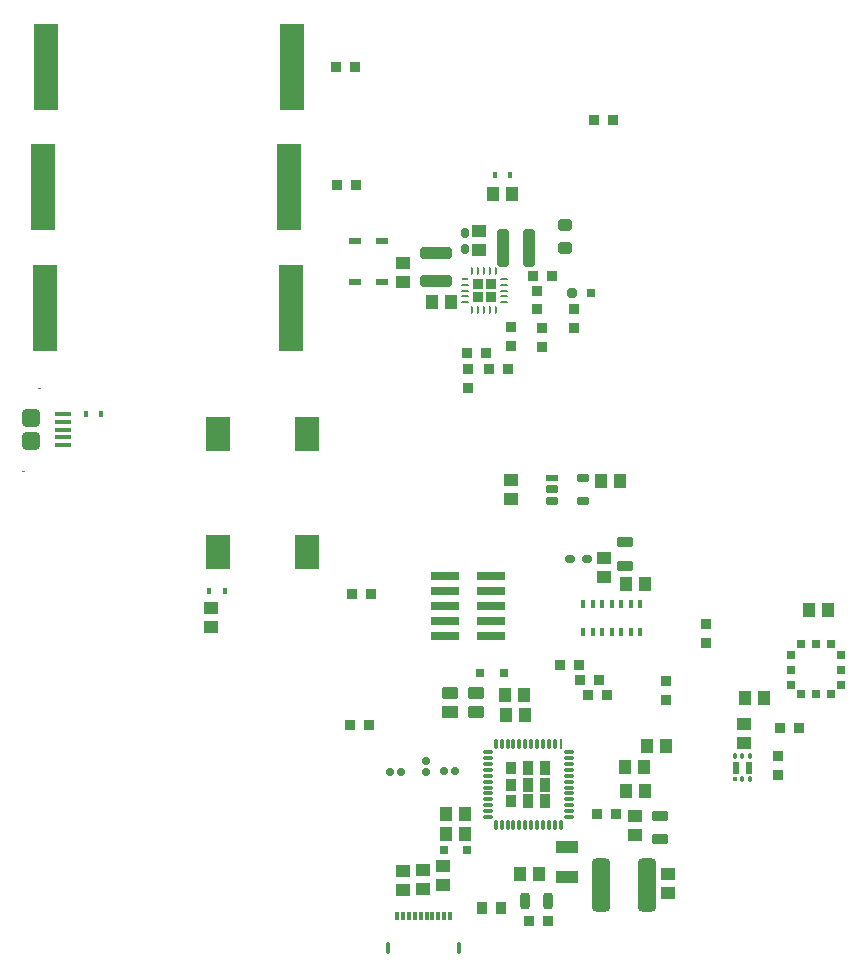
<source format=gtp>
G04*
G04 #@! TF.GenerationSoftware,Altium Limited,Altium Designer,23.1.1 (15)*
G04*
G04 Layer_Color=8421504*
%FSLAX44Y44*%
%MOMM*%
G71*
G04*
G04 #@! TF.SameCoordinates,8BC828A1-C8E0-4588-AEB6-AA5E87443106*
G04*
G04*
G04 #@! TF.FilePolarity,Positive*
G04*
G01*
G75*
%ADD20C,0.0001*%
%ADD21R,0.9050X0.9050*%
%ADD22R,0.9200X0.9050*%
%ADD23R,0.9200X0.9200*%
%ADD24R,0.9050X0.9200*%
%ADD25R,0.5500X1.0000*%
%ADD26R,0.9484X1.1699*%
%ADD27R,0.9398X1.1176*%
G04:AMPARAMS|DCode=28|XSize=0.76mm|YSize=2.4mm|CornerRadius=0.19mm|HoleSize=0mm|Usage=FLASHONLY|Rotation=270.000|XOffset=0mm|YOffset=0mm|HoleType=Round|Shape=RoundedRectangle|*
%AMROUNDEDRECTD28*
21,1,0.7600,2.0200,0,0,270.0*
21,1,0.3800,2.4000,0,0,270.0*
1,1,0.3800,-1.0100,-0.1900*
1,1,0.3800,-1.0100,0.1900*
1,1,0.3800,1.0100,0.1900*
1,1,0.3800,1.0100,-0.1900*
%
%ADD28ROUNDEDRECTD28*%
%ADD29R,2.4000X0.7600*%
%ADD30R,0.6500X0.7000*%
%ADD31R,1.4000X1.1000*%
G04:AMPARAMS|DCode=32|XSize=1.4mm|YSize=1.1mm|CornerRadius=0.275mm|HoleSize=0mm|Usage=FLASHONLY|Rotation=0.000|XOffset=0mm|YOffset=0mm|HoleType=Round|Shape=RoundedRectangle|*
%AMROUNDEDRECTD32*
21,1,1.4000,0.5500,0,0,0.0*
21,1,0.8500,1.1000,0,0,0.0*
1,1,0.5500,0.4250,-0.2750*
1,1,0.5500,-0.4250,-0.2750*
1,1,0.5500,-0.4250,0.2750*
1,1,0.5500,0.4250,0.2750*
%
%ADD32ROUNDEDRECTD32*%
%ADD33R,0.6000X0.2400*%
G04:AMPARAMS|DCode=34|XSize=0.24mm|YSize=0.6mm|CornerRadius=0.06mm|HoleSize=0mm|Usage=FLASHONLY|Rotation=90.000|XOffset=0mm|YOffset=0mm|HoleType=Round|Shape=RoundedRectangle|*
%AMROUNDEDRECTD34*
21,1,0.2400,0.4800,0,0,90.0*
21,1,0.1200,0.6000,0,0,90.0*
1,1,0.1200,0.2400,0.0600*
1,1,0.1200,0.2400,-0.0600*
1,1,0.1200,-0.2400,-0.0600*
1,1,0.1200,-0.2400,0.0600*
%
%ADD34ROUNDEDRECTD34*%
G04:AMPARAMS|DCode=35|XSize=0.24mm|YSize=0.6mm|CornerRadius=0.06mm|HoleSize=0mm|Usage=FLASHONLY|Rotation=0.000|XOffset=0mm|YOffset=0mm|HoleType=Round|Shape=RoundedRectangle|*
%AMROUNDEDRECTD35*
21,1,0.2400,0.4800,0,0,0.0*
21,1,0.1200,0.6000,0,0,0.0*
1,1,0.1200,0.0600,-0.2400*
1,1,0.1200,-0.0600,-0.2400*
1,1,0.1200,-0.0600,0.2400*
1,1,0.1200,0.0600,0.2400*
%
%ADD35ROUNDEDRECTD35*%
G04:AMPARAMS|DCode=36|XSize=3.2mm|YSize=1mm|CornerRadius=0.25mm|HoleSize=0mm|Usage=FLASHONLY|Rotation=90.000|XOffset=0mm|YOffset=0mm|HoleType=Round|Shape=RoundedRectangle|*
%AMROUNDEDRECTD36*
21,1,3.2000,0.5000,0,0,90.0*
21,1,2.7000,1.0000,0,0,90.0*
1,1,0.5000,0.2500,1.3500*
1,1,0.5000,0.2500,-1.3500*
1,1,0.5000,-0.2500,-1.3500*
1,1,0.5000,-0.2500,1.3500*
%
%ADD36ROUNDEDRECTD36*%
%ADD37R,1.2000X1.0000*%
G04:AMPARAMS|DCode=38|XSize=0.6mm|YSize=0.8mm|CornerRadius=0.15mm|HoleSize=0mm|Usage=FLASHONLY|Rotation=180.000|XOffset=0mm|YOffset=0mm|HoleType=Round|Shape=RoundedRectangle|*
%AMROUNDEDRECTD38*
21,1,0.6000,0.5000,0,0,180.0*
21,1,0.3000,0.8000,0,0,180.0*
1,1,0.3000,-0.1500,0.2500*
1,1,0.3000,0.1500,0.2500*
1,1,0.3000,0.1500,-0.2500*
1,1,0.3000,-0.1500,-0.2500*
%
%ADD38ROUNDEDRECTD38*%
%ADD39R,1.0000X1.2000*%
G04:AMPARAMS|DCode=40|XSize=2.7mm|YSize=1mm|CornerRadius=0.25mm|HoleSize=0mm|Usage=FLASHONLY|Rotation=180.000|XOffset=0mm|YOffset=0mm|HoleType=Round|Shape=RoundedRectangle|*
%AMROUNDEDRECTD40*
21,1,2.7000,0.5000,0,0,180.0*
21,1,2.2000,1.0000,0,0,180.0*
1,1,0.5000,-1.1000,0.2500*
1,1,0.5000,1.1000,0.2500*
1,1,0.5000,1.1000,-0.2500*
1,1,0.5000,-1.1000,-0.2500*
%
%ADD40ROUNDEDRECTD40*%
G04:AMPARAMS|DCode=41|XSize=0.9mm|YSize=0.9mm|CornerRadius=0.225mm|HoleSize=0mm|Usage=FLASHONLY|Rotation=0.000|XOffset=0mm|YOffset=0mm|HoleType=Round|Shape=RoundedRectangle|*
%AMROUNDEDRECTD41*
21,1,0.9000,0.4500,0,0,0.0*
21,1,0.4500,0.9000,0,0,0.0*
1,1,0.4500,0.2250,-0.2250*
1,1,0.4500,-0.2250,-0.2250*
1,1,0.4500,-0.2250,0.2250*
1,1,0.4500,0.2250,0.2250*
%
%ADD41ROUNDEDRECTD41*%
%ADD42R,0.4000X0.6000*%
%ADD43R,1.0500X0.5000*%
G04:AMPARAMS|DCode=44|XSize=0.9mm|YSize=0.9mm|CornerRadius=0.225mm|HoleSize=0mm|Usage=FLASHONLY|Rotation=270.000|XOffset=0mm|YOffset=0mm|HoleType=Round|Shape=RoundedRectangle|*
%AMROUNDEDRECTD44*
21,1,0.9000,0.4500,0,0,270.0*
21,1,0.4500,0.9000,0,0,270.0*
1,1,0.4500,-0.2250,-0.2250*
1,1,0.4500,-0.2250,0.2250*
1,1,0.4500,0.2250,0.2250*
1,1,0.4500,0.2250,-0.2250*
%
%ADD44ROUNDEDRECTD44*%
G04:AMPARAMS|DCode=45|XSize=1.2mm|YSize=1mm|CornerRadius=0.25mm|HoleSize=0mm|Usage=FLASHONLY|Rotation=180.000|XOffset=0mm|YOffset=0mm|HoleType=Round|Shape=RoundedRectangle|*
%AMROUNDEDRECTD45*
21,1,1.2000,0.5000,0,0,180.0*
21,1,0.7000,1.0000,0,0,180.0*
1,1,0.5000,-0.3500,0.2500*
1,1,0.5000,0.3500,0.2500*
1,1,0.5000,0.3500,-0.2500*
1,1,0.5000,-0.3500,-0.2500*
%
%ADD45ROUNDEDRECTD45*%
G04:AMPARAMS|DCode=46|XSize=0.3mm|YSize=0.7mm|CornerRadius=0.075mm|HoleSize=0mm|Usage=FLASHONLY|Rotation=0.000|XOffset=0mm|YOffset=0mm|HoleType=Round|Shape=RoundedRectangle|*
%AMROUNDEDRECTD46*
21,1,0.3000,0.5500,0,0,0.0*
21,1,0.1500,0.7000,0,0,0.0*
1,1,0.1500,0.0750,-0.2750*
1,1,0.1500,-0.0750,-0.2750*
1,1,0.1500,-0.0750,0.2750*
1,1,0.1500,0.0750,0.2750*
%
%ADD46ROUNDEDRECTD46*%
G04:AMPARAMS|DCode=47|XSize=0.3mm|YSize=1mm|CornerRadius=0.075mm|HoleSize=0mm|Usage=FLASHONLY|Rotation=0.000|XOffset=0mm|YOffset=0mm|HoleType=Round|Shape=RoundedRectangle|*
%AMROUNDEDRECTD47*
21,1,0.3000,0.8500,0,0,0.0*
21,1,0.1500,1.0000,0,0,0.0*
1,1,0.1500,0.0750,-0.4250*
1,1,0.1500,-0.0750,-0.4250*
1,1,0.1500,-0.0750,0.4250*
1,1,0.1500,0.0750,0.4250*
%
%ADD47ROUNDEDRECTD47*%
G04:AMPARAMS|DCode=48|XSize=0.6mm|YSize=1.1mm|CornerRadius=0.15mm|HoleSize=0mm|Usage=FLASHONLY|Rotation=90.000|XOffset=0mm|YOffset=0mm|HoleType=Round|Shape=RoundedRectangle|*
%AMROUNDEDRECTD48*
21,1,0.6000,0.8000,0,0,90.0*
21,1,0.3000,1.1000,0,0,90.0*
1,1,0.3000,0.4000,0.1500*
1,1,0.3000,0.4000,-0.1500*
1,1,0.3000,-0.4000,-0.1500*
1,1,0.3000,-0.4000,0.1500*
%
%ADD48ROUNDEDRECTD48*%
%ADD49R,1.1000X0.6000*%
G04:AMPARAMS|DCode=50|XSize=1.4mm|YSize=0.8mm|CornerRadius=0.2mm|HoleSize=0mm|Usage=FLASHONLY|Rotation=270.000|XOffset=0mm|YOffset=0mm|HoleType=Round|Shape=RoundedRectangle|*
%AMROUNDEDRECTD50*
21,1,1.4000,0.4000,0,0,270.0*
21,1,1.0000,0.8000,0,0,270.0*
1,1,0.4000,-0.2000,-0.5000*
1,1,0.4000,-0.2000,0.5000*
1,1,0.4000,0.2000,0.5000*
1,1,0.4000,0.2000,-0.5000*
%
%ADD50ROUNDEDRECTD50*%
G04:AMPARAMS|DCode=51|XSize=0.35mm|YSize=0.75mm|CornerRadius=0.0875mm|HoleSize=0mm|Usage=FLASHONLY|Rotation=180.000|XOffset=0mm|YOffset=0mm|HoleType=Round|Shape=RoundedRectangle|*
%AMROUNDEDRECTD51*
21,1,0.3500,0.5750,0,0,180.0*
21,1,0.1750,0.7500,0,0,180.0*
1,1,0.1750,-0.0875,0.2875*
1,1,0.1750,0.0875,0.2875*
1,1,0.1750,0.0875,-0.2875*
1,1,0.1750,-0.0875,-0.2875*
%
%ADD51ROUNDEDRECTD51*%
%ADD52R,0.3500X0.7500*%
G04:AMPARAMS|DCode=53|XSize=1.4mm|YSize=0.8mm|CornerRadius=0.2mm|HoleSize=0mm|Usage=FLASHONLY|Rotation=180.000|XOffset=0mm|YOffset=0mm|HoleType=Round|Shape=RoundedRectangle|*
%AMROUNDEDRECTD53*
21,1,1.4000,0.4000,0,0,180.0*
21,1,1.0000,0.8000,0,0,180.0*
1,1,0.4000,-0.5000,0.2000*
1,1,0.4000,0.5000,0.2000*
1,1,0.4000,0.5000,-0.2000*
1,1,0.4000,-0.5000,-0.2000*
%
%ADD53ROUNDEDRECTD53*%
G04:AMPARAMS|DCode=54|XSize=0.8mm|YSize=0.8mm|CornerRadius=0.2mm|HoleSize=0mm|Usage=FLASHONLY|Rotation=270.000|XOffset=0mm|YOffset=0mm|HoleType=Round|Shape=RoundedRectangle|*
%AMROUNDEDRECTD54*
21,1,0.8000,0.4000,0,0,270.0*
21,1,0.4000,0.8000,0,0,270.0*
1,1,0.4000,-0.2000,-0.2000*
1,1,0.4000,-0.2000,0.2000*
1,1,0.4000,0.2000,0.2000*
1,1,0.4000,0.2000,-0.2000*
%
%ADD54ROUNDEDRECTD54*%
%ADD55R,0.8000X0.8000*%
%ADD56R,2.0000X3.0000*%
G04:AMPARAMS|DCode=57|XSize=0.3mm|YSize=0.45mm|CornerRadius=0.075mm|HoleSize=0mm|Usage=FLASHONLY|Rotation=180.000|XOffset=0mm|YOffset=0mm|HoleType=Round|Shape=RoundedRectangle|*
%AMROUNDEDRECTD57*
21,1,0.3000,0.3000,0,0,180.0*
21,1,0.1500,0.4500,0,0,180.0*
1,1,0.1500,-0.0750,0.1500*
1,1,0.1500,0.0750,0.1500*
1,1,0.1500,0.0750,-0.1500*
1,1,0.1500,-0.0750,-0.1500*
%
%ADD57ROUNDEDRECTD57*%
%ADD58R,0.3000X0.4500*%
G04:AMPARAMS|DCode=59|XSize=0.26mm|YSize=0.86mm|CornerRadius=0.065mm|HoleSize=0mm|Usage=FLASHONLY|Rotation=270.000|XOffset=0mm|YOffset=0mm|HoleType=Round|Shape=RoundedRectangle|*
%AMROUNDEDRECTD59*
21,1,0.2600,0.7300,0,0,270.0*
21,1,0.1300,0.8600,0,0,270.0*
1,1,0.1300,-0.3650,-0.0650*
1,1,0.1300,-0.3650,0.0650*
1,1,0.1300,0.3650,0.0650*
1,1,0.1300,0.3650,-0.0650*
%
%ADD59ROUNDEDRECTD59*%
G04:AMPARAMS|DCode=60|XSize=0.26mm|YSize=0.86mm|CornerRadius=0.065mm|HoleSize=0mm|Usage=FLASHONLY|Rotation=0.000|XOffset=0mm|YOffset=0mm|HoleType=Round|Shape=RoundedRectangle|*
%AMROUNDEDRECTD60*
21,1,0.2600,0.7300,0,0,0.0*
21,1,0.1300,0.8600,0,0,0.0*
1,1,0.1300,0.0650,-0.3650*
1,1,0.1300,-0.0650,-0.3650*
1,1,0.1300,-0.0650,0.3650*
1,1,0.1300,0.0650,0.3650*
%
%ADD60ROUNDEDRECTD60*%
%ADD61R,0.2600X0.8600*%
G04:AMPARAMS|DCode=62|XSize=4.5mm|YSize=1.6mm|CornerRadius=0.4mm|HoleSize=0mm|Usage=FLASHONLY|Rotation=90.000|XOffset=0mm|YOffset=0mm|HoleType=Round|Shape=RoundedRectangle|*
%AMROUNDEDRECTD62*
21,1,4.5000,0.8000,0,0,90.0*
21,1,3.7000,1.6000,0,0,90.0*
1,1,0.8000,0.4000,1.8500*
1,1,0.8000,0.4000,-1.8500*
1,1,0.8000,-0.4000,-1.8500*
1,1,0.8000,-0.4000,1.8500*
%
%ADD62ROUNDEDRECTD62*%
G04:AMPARAMS|DCode=63|XSize=1.5mm|YSize=1.55mm|CornerRadius=0.375mm|HoleSize=0mm|Usage=FLASHONLY|Rotation=270.000|XOffset=0mm|YOffset=0mm|HoleType=Round|Shape=RoundedRectangle|*
%AMROUNDEDRECTD63*
21,1,1.5000,0.8000,0,0,270.0*
21,1,0.7500,1.5500,0,0,270.0*
1,1,0.7500,-0.4000,-0.3750*
1,1,0.7500,-0.4000,0.3750*
1,1,0.7500,0.4000,0.3750*
1,1,0.7500,0.4000,-0.3750*
%
%ADD63ROUNDEDRECTD63*%
G04:AMPARAMS|DCode=64|XSize=0.4mm|YSize=1.35mm|CornerRadius=0.1mm|HoleSize=0mm|Usage=FLASHONLY|Rotation=270.000|XOffset=0mm|YOffset=0mm|HoleType=Round|Shape=RoundedRectangle|*
%AMROUNDEDRECTD64*
21,1,0.4000,1.1500,0,0,270.0*
21,1,0.2000,1.3500,0,0,270.0*
1,1,0.2000,-0.5750,-0.1000*
1,1,0.2000,-0.5750,0.1000*
1,1,0.2000,0.5750,0.1000*
1,1,0.2000,0.5750,-0.1000*
%
%ADD64ROUNDEDRECTD64*%
%ADD65R,1.9000X1.1000*%
%ADD66R,0.9500X1.0000*%
%ADD67R,0.7000X0.6500*%
%ADD68R,0.7000X0.6500*%
%ADD69R,2.0000X7.4000*%
G04:AMPARAMS|DCode=70|XSize=0.62mm|YSize=0.66mm|CornerRadius=0.155mm|HoleSize=0mm|Usage=FLASHONLY|Rotation=180.000|XOffset=0mm|YOffset=0mm|HoleType=Round|Shape=RoundedRectangle|*
%AMROUNDEDRECTD70*
21,1,0.6200,0.3500,0,0,180.0*
21,1,0.3100,0.6600,0,0,180.0*
1,1,0.3100,-0.1550,0.1750*
1,1,0.3100,0.1550,0.1750*
1,1,0.3100,0.1550,-0.1750*
1,1,0.3100,-0.1550,-0.1750*
%
%ADD70ROUNDEDRECTD70*%
G04:AMPARAMS|DCode=71|XSize=0.62mm|YSize=0.66mm|CornerRadius=0.155mm|HoleSize=0mm|Usage=FLASHONLY|Rotation=270.000|XOffset=0mm|YOffset=0mm|HoleType=Round|Shape=RoundedRectangle|*
%AMROUNDEDRECTD71*
21,1,0.6200,0.3500,0,0,270.0*
21,1,0.3100,0.6600,0,0,270.0*
1,1,0.3100,-0.1750,-0.1550*
1,1,0.3100,-0.1750,0.1550*
1,1,0.3100,0.1750,0.1550*
1,1,0.3100,0.1750,-0.1550*
%
%ADD71ROUNDEDRECTD71*%
G04:AMPARAMS|DCode=72|XSize=0.6mm|YSize=0.8mm|CornerRadius=0.15mm|HoleSize=0mm|Usage=FLASHONLY|Rotation=270.000|XOffset=0mm|YOffset=0mm|HoleType=Round|Shape=RoundedRectangle|*
%AMROUNDEDRECTD72*
21,1,0.6000,0.5000,0,0,270.0*
21,1,0.3000,0.8000,0,0,270.0*
1,1,0.3000,-0.2500,-0.1500*
1,1,0.3000,-0.2500,0.1500*
1,1,0.3000,0.2500,0.1500*
1,1,0.3000,0.2500,-0.1500*
%
%ADD72ROUNDEDRECTD72*%
D20*
X5940Y430120D02*
X7640D01*
X19640Y500120D02*
X21340D01*
D21*
X403235Y577088D02*
D03*
D22*
X391860D02*
D03*
D23*
Y588462D02*
D03*
D24*
X403235D02*
D03*
D25*
X621456Y178870D02*
D03*
X610956Y178870D02*
D03*
D26*
X434643Y164300D02*
D03*
Y150300D02*
D03*
X448643Y150300D02*
D03*
X434643Y178300D02*
D03*
X448677Y178300D02*
D03*
X448642Y164300D02*
D03*
D27*
X420600Y164562D02*
D03*
Y150562D02*
D03*
X420600Y178561D02*
D03*
D28*
X403040Y289928D02*
D03*
X364040D02*
D03*
X403040Y302628D02*
D03*
X364040D02*
D03*
X403040Y315327D02*
D03*
X364040D02*
D03*
X403040Y328027D02*
D03*
X364040D02*
D03*
X403040Y340728D02*
D03*
D29*
X364040D02*
D03*
D30*
X394020Y258857D02*
D03*
X414020D02*
D03*
X363380Y109220D02*
D03*
X383380D02*
D03*
D31*
X368476Y225934D02*
D03*
D32*
X390476D02*
D03*
Y241934D02*
D03*
X368476D02*
D03*
D33*
X381010Y592812D02*
D03*
D34*
Y587812D02*
D03*
Y582812D02*
D03*
Y577812D02*
D03*
Y572812D02*
D03*
X414010D02*
D03*
Y577812D02*
D03*
Y582812D02*
D03*
Y587812D02*
D03*
Y592812D02*
D03*
D35*
X387510Y566312D02*
D03*
X392510D02*
D03*
X397510D02*
D03*
X402510D02*
D03*
X407510D02*
D03*
Y599313D02*
D03*
X402510D02*
D03*
X397510D02*
D03*
X392510D02*
D03*
X387510D02*
D03*
D36*
X435223Y618490D02*
D03*
X413223D02*
D03*
D37*
X393438Y632840D02*
D03*
Y616840D02*
D03*
X328930Y606170D02*
D03*
Y590170D02*
D03*
X362458Y95630D02*
D03*
Y79630D02*
D03*
X345862Y91820D02*
D03*
Y75820D02*
D03*
X328977Y91325D02*
D03*
Y75325D02*
D03*
X499118Y355980D02*
D03*
Y339980D02*
D03*
X420370Y406020D02*
D03*
Y422020D02*
D03*
X166370Y297710D02*
D03*
Y313710D02*
D03*
X553236Y88781D02*
D03*
Y72782D02*
D03*
X617094Y199883D02*
D03*
Y215883D02*
D03*
X525057Y137540D02*
D03*
Y121540D02*
D03*
D38*
X381000Y617840D02*
D03*
Y631840D02*
D03*
D39*
X353696Y572770D02*
D03*
X369696D02*
D03*
X421004Y664210D02*
D03*
X405004D02*
D03*
X512190Y421644D02*
D03*
X496190D02*
D03*
X414910Y240037D02*
D03*
X430910D02*
D03*
X415926Y223805D02*
D03*
X431926D02*
D03*
X365380Y122936D02*
D03*
X381380D02*
D03*
X533780Y334264D02*
D03*
X517780D02*
D03*
X688720Y312550D02*
D03*
X672720D02*
D03*
X634110Y237490D02*
D03*
X618110D02*
D03*
X380872Y139438D02*
D03*
X364872D02*
D03*
X443711Y88740D02*
D03*
X427711D02*
D03*
X517780Y159305D02*
D03*
X533780D02*
D03*
X516510Y179347D02*
D03*
X532510D02*
D03*
X535560Y196850D02*
D03*
X551560D02*
D03*
D40*
X356870Y614550D02*
D03*
Y590550D02*
D03*
D41*
X419862Y535537D02*
D03*
Y551538D02*
D03*
X383921Y516254D02*
D03*
Y500254D02*
D03*
X446199Y550901D02*
D03*
Y534902D02*
D03*
X441960Y566802D02*
D03*
Y582802D02*
D03*
X473710Y567308D02*
D03*
Y551308D02*
D03*
X585470Y300240D02*
D03*
Y284240D02*
D03*
X646430Y172340D02*
D03*
Y188340D02*
D03*
X551560Y235840D02*
D03*
Y251840D02*
D03*
D42*
X419758Y680466D02*
D03*
X406758D02*
D03*
X177950Y328502D02*
D03*
X164950D02*
D03*
X73048Y478536D02*
D03*
X60048D02*
D03*
D43*
X311100Y624840D02*
D03*
X288340D02*
D03*
X311100Y589788D02*
D03*
X288340D02*
D03*
D44*
X401981Y516382D02*
D03*
X417980D02*
D03*
X506220Y726808D02*
D03*
X490220D02*
D03*
X399160Y529590D02*
D03*
X383160D02*
D03*
X451230Y49269D02*
D03*
X435230D02*
D03*
X477900Y266192D02*
D03*
X461900D02*
D03*
X485776Y240030D02*
D03*
X501776D02*
D03*
X478664Y252730D02*
D03*
X494664D02*
D03*
X455040Y595019D02*
D03*
X439040D02*
D03*
X272670Y671830D02*
D03*
X288670D02*
D03*
X285370Y326253D02*
D03*
X301370D02*
D03*
X509055Y139700D02*
D03*
X493055D02*
D03*
X663862Y212725D02*
D03*
X647862D02*
D03*
X288162Y772160D02*
D03*
X272162D02*
D03*
X300100Y214630D02*
D03*
X284100D02*
D03*
D45*
X465591Y618650D02*
D03*
Y638650D02*
D03*
D46*
X323684Y52874D02*
D03*
X328684D02*
D03*
X333684D02*
D03*
X338684D02*
D03*
X343684D02*
D03*
X348684D02*
D03*
X353684D02*
D03*
X368684D02*
D03*
X358684D02*
D03*
X363684D02*
D03*
D47*
X376584Y26374D02*
D03*
X315784D02*
D03*
D48*
X480970Y423947D02*
D03*
Y404947D02*
D03*
X454970D02*
D03*
Y414447D02*
D03*
D49*
Y423947D02*
D03*
D50*
X431667Y66017D02*
D03*
X451667D02*
D03*
D51*
X529413Y317319D02*
D03*
X521413D02*
D03*
X513413D02*
D03*
X505413D02*
D03*
X497412D02*
D03*
X489413D02*
D03*
X481413D02*
D03*
X529413Y293319D02*
D03*
X521413D02*
D03*
X513413D02*
D03*
X505413D02*
D03*
X497412D02*
D03*
X489413D02*
D03*
D52*
X481413D02*
D03*
D53*
X516747Y369704D02*
D03*
Y349704D02*
D03*
X546100Y138222D02*
D03*
Y118222D02*
D03*
D54*
X471806Y580898D02*
D03*
D55*
X487806D02*
D03*
D56*
X172493Y461545D02*
D03*
Y361545D02*
D03*
X247493D02*
D03*
Y461545D02*
D03*
D57*
X622704Y188620D02*
D03*
X616204D02*
D03*
X609704D02*
D03*
X622704Y169120D02*
D03*
X616204D02*
D03*
D58*
X609704D02*
D03*
D59*
X469162Y192046D02*
D03*
Y187046D02*
D03*
Y182046D02*
D03*
Y177046D02*
D03*
Y172046D02*
D03*
Y167046D02*
D03*
Y162046D02*
D03*
Y157046D02*
D03*
Y152046D02*
D03*
Y147046D02*
D03*
Y142046D02*
D03*
Y137046D02*
D03*
X400462D02*
D03*
Y142046D02*
D03*
Y147046D02*
D03*
Y152046D02*
D03*
Y157046D02*
D03*
Y162046D02*
D03*
Y167046D02*
D03*
Y172046D02*
D03*
Y177046D02*
D03*
Y182046D02*
D03*
Y187046D02*
D03*
Y192046D02*
D03*
D60*
X462313Y130196D02*
D03*
X457313D02*
D03*
X452313D02*
D03*
X447313D02*
D03*
X442313D02*
D03*
X437313D02*
D03*
X432313D02*
D03*
X427313D02*
D03*
X422313D02*
D03*
X417313D02*
D03*
X412313D02*
D03*
X407313D02*
D03*
Y198896D02*
D03*
X412313D02*
D03*
X417313D02*
D03*
X422313D02*
D03*
X427313D02*
D03*
X432313D02*
D03*
X437313D02*
D03*
X442313D02*
D03*
X447313D02*
D03*
X452313D02*
D03*
X457313D02*
D03*
D61*
X462313D02*
D03*
D62*
X496623Y79873D02*
D03*
X535623D02*
D03*
D63*
X13640Y455120D02*
D03*
Y475120D02*
D03*
D64*
X40640Y452120D02*
D03*
Y458620D02*
D03*
Y465120D02*
D03*
Y471620D02*
D03*
Y478120D02*
D03*
D65*
X467360Y111560D02*
D03*
Y86560D02*
D03*
D66*
X411575Y59690D02*
D03*
X395575D02*
D03*
D67*
X699554Y261888D02*
D03*
Y274588D02*
D03*
Y249188D02*
D03*
X657553Y261888D02*
D03*
Y274588D02*
D03*
Y249185D02*
D03*
D68*
X691024Y283142D02*
D03*
X665620D02*
D03*
X678319D02*
D03*
X691024Y241142D02*
D03*
X665620D02*
D03*
X678319D02*
D03*
D69*
X233680Y567690D02*
D03*
X25680D02*
D03*
X232270Y670560D02*
D03*
X24270D02*
D03*
X234810Y772160D02*
D03*
X26810D02*
D03*
D70*
X347980Y184232D02*
D03*
Y175432D02*
D03*
D71*
X363900Y175768D02*
D03*
X372700D02*
D03*
X318180Y175260D02*
D03*
X326980D02*
D03*
D72*
X484520Y355600D02*
D03*
X470520D02*
D03*
M02*

</source>
